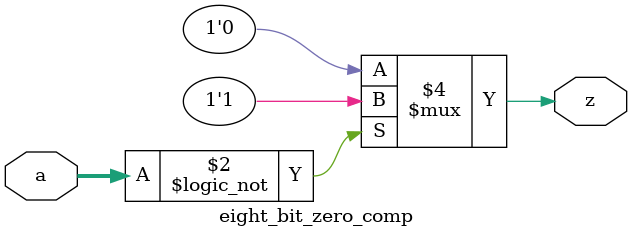
<source format=v>
`timescale 1ns / 1ps



module eight_bit_zero_comp(

       input    [7:0] a,
       output reg   z
    );
    
    always @(*) begin
    
     if (a == 0)
        z = 1'b1;
     else
        z = 1'b0;
    end     
endmodule

</source>
